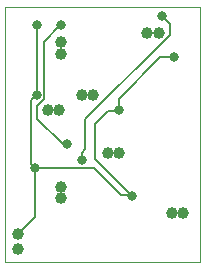
<source format=gbl>
G75*
%MOIN*%
%OFA0B0*%
%FSLAX24Y24*%
%IPPOS*%
%LPD*%
%AMOC8*
5,1,8,0,0,1.08239X$1,22.5*
%
%ADD10C,0.0000*%
%ADD11C,0.0397*%
%ADD12C,0.0317*%
%ADD13C,0.0060*%
D10*
X002267Y002517D02*
X002267Y011017D01*
X008767Y011017D01*
X008767Y002517D01*
X002267Y002517D01*
D11*
X002704Y002954D03*
X002704Y003454D03*
X004142Y004642D03*
X004142Y005017D03*
X005704Y006142D03*
X006079Y006142D03*
X005204Y008079D03*
X004829Y008079D03*
X004079Y007579D03*
X003704Y007579D03*
X004142Y009454D03*
X004142Y009829D03*
X007017Y010142D03*
X007392Y010142D03*
X007829Y004142D03*
X008204Y004142D03*
D12*
X006517Y004704D03*
X004829Y005892D03*
X004329Y006454D03*
X003267Y005642D03*
X003329Y008079D03*
X003329Y010392D03*
X004142Y010392D03*
X006079Y007579D03*
X007892Y009329D03*
X007517Y010704D03*
D13*
X007767Y010454D01*
X007767Y010079D01*
X004954Y007267D01*
X004954Y006267D01*
X004829Y006142D01*
X004829Y005892D01*
X005267Y005954D02*
X006517Y004704D01*
X006493Y004728D01*
X006142Y004728D01*
X005228Y005642D01*
X003267Y005642D01*
X003142Y005767D01*
X003142Y007892D01*
X003329Y008079D01*
X003329Y010392D01*
X003579Y009853D02*
X004118Y010392D01*
X004142Y010392D01*
X003579Y009853D02*
X003579Y007954D01*
X003329Y007704D01*
X003329Y007267D01*
X004204Y006454D01*
X004329Y006454D01*
X005267Y005954D02*
X005267Y007103D01*
X005704Y007541D01*
X006041Y007541D01*
X006079Y007579D01*
X006079Y007954D01*
X007454Y009329D01*
X007892Y009329D01*
X003267Y005642D02*
X003267Y004017D01*
X002704Y003454D01*
M02*

</source>
